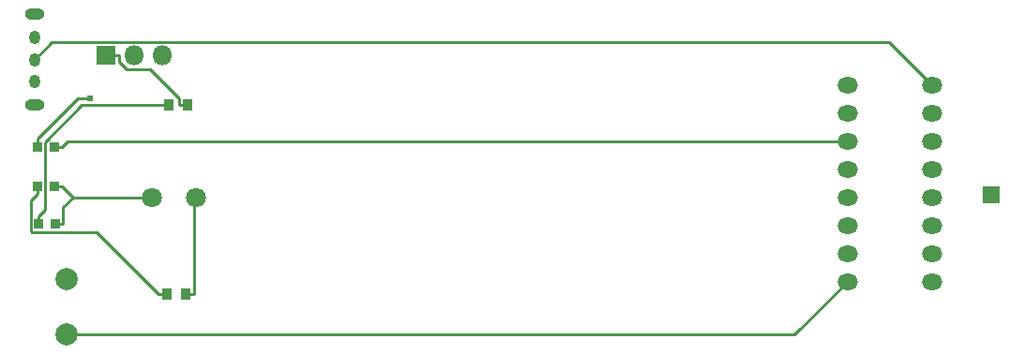
<source format=gtl>
G04 Layer: TopLayer*
G04 EasyEDA v6.5.15, 2022-10-07 13:48:07*
G04 7ec79526355f426bb91a475ea7be51f8,10*
G04 Gerber Generator version 0.2*
G04 Scale: 100 percent, Rotated: No, Reflected: No *
G04 Dimensions in millimeters *
G04 leading zeros omitted , absolute positions ,4 integer and 5 decimal *
%FSLAX45Y45*%
%MOMM*%

%AMMACRO1*21,1,$1,$2,0,0,$3*%
%ADD10C,0.2540*%
%ADD11R,0.8999X1.0000*%
%ADD12MACRO1,0.864X0.8065X90.0000*%
%ADD13R,1.5748X1.5748*%
%ADD14C,1.8000*%
%ADD15C,2.0000*%
%ADD16O,1.7999964X1.7999964*%
%ADD17R,1.8000X1.8000*%
%ADD18O,0.9999979999999999X1.199896*%
%ADD19O,1.7999964X0.9999979999999999*%
%ADD20O,1.82499X1.4599920000000002*%
%ADD21C,0.6096*%

%LPD*%
D10*
X8382000Y5524500D02*
G01*
X1337411Y5524500D01*
X1286611Y5473700D01*
X1218336Y5473700D02*
G01*
X1286611Y5473700D01*
X1080363Y4775200D02*
G01*
X1080363Y4846370D01*
X1080363Y4846370D02*
G01*
X1136091Y4902098D01*
X1136091Y5514720D01*
X1471574Y5850204D01*
X2174316Y5850204D01*
X2178811Y5854700D01*
X2251786Y5854700D02*
G01*
X2178811Y5854700D01*
X2166111Y4140200D02*
G01*
X1604238Y4702073D01*
X1019327Y4702073D01*
X1011936Y4709464D01*
X1011936Y4991201D01*
X1067663Y5046929D01*
X2239086Y4140200D02*
G01*
X2166111Y4140200D01*
X1067663Y5118100D02*
G01*
X1067663Y5046929D01*
X8382000Y4254500D02*
G01*
X7902956Y3775455D01*
X1333500Y3775455D01*
X2348814Y5854700D02*
G01*
X2348814Y5909437D01*
X2088540Y6169710D01*
X1877568Y6169710D01*
X1807057Y6240221D01*
X1807057Y6299200D01*
X2421788Y5854700D02*
G01*
X2348814Y5854700D01*
X1689100Y6299200D02*
G01*
X1807057Y6299200D01*
X2482037Y4140200D02*
G01*
X2482037Y4999837D01*
X2498699Y5016500D01*
X2409088Y4140200D02*
G01*
X2482037Y4140200D01*
X1218336Y5118100D02*
G01*
X1286611Y5118100D01*
X1299311Y4775200D02*
G01*
X1299311Y4927600D01*
X1388211Y5016500D01*
X1286611Y5118100D02*
G01*
X1388211Y5016500D01*
X1388211Y5016500D02*
G01*
X2098700Y5016500D01*
X1231036Y4775200D02*
G01*
X1299311Y4775200D01*
X1041400Y6261074D02*
G01*
X1198702Y6418376D01*
X8758123Y6418376D01*
X9144000Y6032500D01*
X1067663Y5544870D02*
G01*
X1431544Y5908751D01*
X1544320Y5908751D01*
X1067663Y5473700D02*
G01*
X1067663Y5544870D01*
D11*
G01*
X2409096Y4140200D03*
G01*
X2239093Y4140200D03*
G01*
X2421796Y5854700D03*
G01*
X2251793Y5854700D03*
D12*
G01*
X1218324Y5473700D03*
G01*
X1067675Y5473700D03*
G01*
X1231024Y4775200D03*
G01*
X1080375Y4775200D03*
G01*
X1218324Y5118100D03*
G01*
X1067675Y5118100D03*
D13*
G01*
X9677400Y5041900D03*
D14*
G01*
X2098700Y5016500D03*
G01*
X2498699Y5016500D03*
D15*
G01*
X1333500Y4276344D03*
G01*
X1333500Y3775455D03*
D16*
G01*
X2197100Y6299200D03*
G01*
X1943100Y6299200D03*
D17*
G01*
X1689100Y6299200D03*
D18*
G01*
X1041400Y6460962D03*
G01*
X1041400Y6261064D03*
G01*
X1041400Y6061217D03*
D19*
G01*
X1041400Y5851159D03*
G01*
X1041400Y6671045D03*
D20*
G01*
X9144000Y4254500D03*
G01*
X9144000Y4508500D03*
G01*
X9144000Y4762500D03*
G01*
X9144000Y5016500D03*
G01*
X9144000Y5270500D03*
G01*
X9144000Y5524500D03*
G01*
X9144000Y5778500D03*
G01*
X9144000Y6032500D03*
G01*
X8382000Y4254500D03*
G01*
X8382000Y4508500D03*
G01*
X8382000Y4762500D03*
G01*
X8382000Y5016500D03*
G01*
X8382000Y5270500D03*
G01*
X8382000Y5524500D03*
G01*
X8382000Y5778500D03*
G01*
X8382000Y6032500D03*
D21*
G01*
X1544320Y5908751D03*
M02*

</source>
